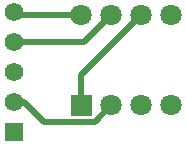
<source format=gbl>
G04 Layer: BottomLayer*
G04 EasyEDA v6.4.19.4, 2021-04-26T14:19:55+08:00*
G04 bb5b95a08457485f97d9af8ca6741c64,50e18b4aeadc48e1a6b1b5d6e25f7a68,10*
G04 Gerber Generator version 0.2*
G04 Scale: 100 percent, Rotated: No, Reflected: No *
G04 Dimensions in millimeters *
G04 leading zeros omitted , absolute positions ,4 integer and 5 decimal *
%FSLAX45Y45*%
%MOMM*%

%ADD11C,0.5080*%
%ADD17C,1.5748*%
%ADD18R,1.5748X1.5748*%
%ADD20C,1.8000*%

%LPD*%
D11*
X1270000Y-596900D02*
G01*
X762000Y-1104900D01*
X762000Y-1358900D01*
X1016000Y-1358900D02*
G01*
X876300Y-1498600D01*
X444500Y-1498600D01*
X279400Y-1333500D01*
X190500Y-1333500D01*
X190500Y-825500D02*
G01*
X787400Y-825500D01*
X1016000Y-596900D01*
X190500Y-571500D02*
G01*
X215900Y-596900D01*
X762000Y-596900D01*
D17*
G01*
X190500Y-571500D03*
G01*
X190500Y-825500D03*
G01*
X190500Y-1079500D03*
G01*
X190500Y-1333500D03*
D18*
G01*
X190500Y-1587500D03*
G36*
X672000Y-1268900D02*
G01*
X851999Y-1268900D01*
X851999Y-1448899D01*
X672000Y-1448899D01*
G37*
D20*
G01*
X1016000Y-1358900D03*
G01*
X1270000Y-1358900D03*
G01*
X1524000Y-1358900D03*
G01*
X1524000Y-596900D03*
G01*
X1270000Y-596900D03*
G01*
X1016000Y-596900D03*
G01*
X762000Y-596900D03*
M02*

</source>
